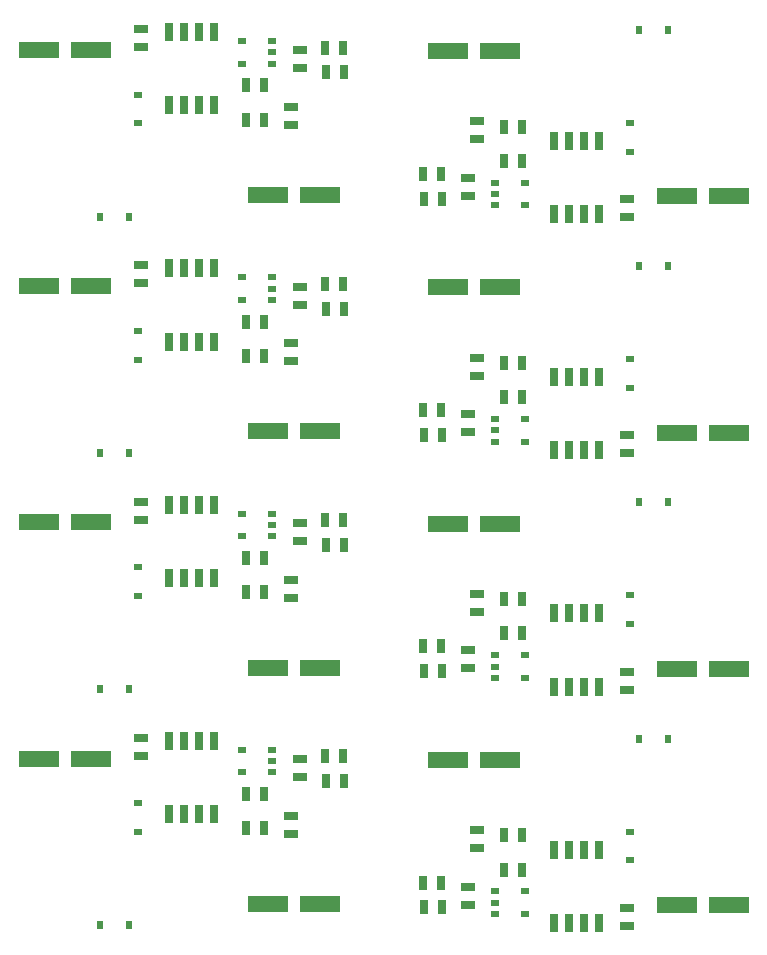
<source format=gtp>
G04 #@! TF.FileFunction,Paste,Top*
%FSLAX46Y46*%
G04 Gerber Fmt 4.6, Leading zero omitted, Abs format (unit mm)*
G04 Created by KiCad (PCBNEW 4.0.7-e2-6376~58~ubuntu14.04.1) date Thu Jan 18 13:31:30 2018*
%MOMM*%
%LPD*%
G01*
G04 APERTURE LIST*
%ADD10C,0.100000*%
%ADD11R,3.500000X1.400000*%
%ADD12R,0.700000X1.600000*%
%ADD13R,0.635000X1.143000*%
%ADD14R,0.762000X0.508000*%
%ADD15R,1.143000X0.635000*%
%ADD16R,0.558800X0.685800*%
%ADD17R,0.685800X0.558800*%
G04 APERTURE END LIST*
D10*
D11*
X164400000Y-71400000D03*
X168800000Y-71400000D03*
X183800000Y-83700000D03*
X188200000Y-83700000D03*
D12*
X177205000Y-79000000D03*
X175935000Y-79000000D03*
X174665000Y-79000000D03*
X173395000Y-79000000D03*
X173395000Y-85200000D03*
X174665000Y-85200000D03*
X175935000Y-85200000D03*
X177205000Y-85200000D03*
D13*
X170662000Y-80700000D03*
X169138000Y-80700000D03*
D14*
X168430000Y-82547500D03*
X168430000Y-84452500D03*
X170970000Y-82547500D03*
X168430000Y-83500000D03*
X170970000Y-84452500D03*
D15*
X166900000Y-78862000D03*
X166900000Y-77338000D03*
X166100000Y-82138000D03*
X166100000Y-83662000D03*
D13*
X162338000Y-81800000D03*
X163862000Y-81800000D03*
X162438000Y-83900000D03*
X163962000Y-83900000D03*
D15*
X179600000Y-85462000D03*
X179600000Y-83938000D03*
D16*
X180580800Y-69600000D03*
X183019200Y-69600000D03*
D17*
X179800000Y-79919200D03*
X179800000Y-77480800D03*
D13*
X170662000Y-77800000D03*
X169138000Y-77800000D03*
X170662000Y-97800000D03*
X169138000Y-97800000D03*
D17*
X179800000Y-99919200D03*
X179800000Y-97480800D03*
D16*
X180580800Y-89600000D03*
X183019200Y-89600000D03*
D15*
X179600000Y-105462000D03*
X179600000Y-103938000D03*
D13*
X162438000Y-103900000D03*
X163962000Y-103900000D03*
X162338000Y-101800000D03*
X163862000Y-101800000D03*
D15*
X166100000Y-102138000D03*
X166100000Y-103662000D03*
X166900000Y-98862000D03*
X166900000Y-97338000D03*
D14*
X168430000Y-102547500D03*
X168430000Y-104452500D03*
X170970000Y-102547500D03*
X168430000Y-103500000D03*
X170970000Y-104452500D03*
D13*
X170662000Y-100700000D03*
X169138000Y-100700000D03*
D12*
X177205000Y-99000000D03*
X175935000Y-99000000D03*
X174665000Y-99000000D03*
X173395000Y-99000000D03*
X173395000Y-105200000D03*
X174665000Y-105200000D03*
X175935000Y-105200000D03*
X177205000Y-105200000D03*
D11*
X183800000Y-103700000D03*
X188200000Y-103700000D03*
X164400000Y-91400000D03*
X168800000Y-91400000D03*
X164400000Y-131400000D03*
X168800000Y-131400000D03*
X183800000Y-143700000D03*
X188200000Y-143700000D03*
D12*
X177205000Y-139000000D03*
X175935000Y-139000000D03*
X174665000Y-139000000D03*
X173395000Y-139000000D03*
X173395000Y-145200000D03*
X174665000Y-145200000D03*
X175935000Y-145200000D03*
X177205000Y-145200000D03*
D13*
X170662000Y-140700000D03*
X169138000Y-140700000D03*
D14*
X168430000Y-142547500D03*
X168430000Y-144452500D03*
X170970000Y-142547500D03*
X168430000Y-143500000D03*
X170970000Y-144452500D03*
D15*
X166900000Y-138862000D03*
X166900000Y-137338000D03*
X166100000Y-142138000D03*
X166100000Y-143662000D03*
D13*
X162338000Y-141800000D03*
X163862000Y-141800000D03*
X162438000Y-143900000D03*
X163962000Y-143900000D03*
D15*
X179600000Y-145462000D03*
X179600000Y-143938000D03*
D16*
X180580800Y-129600000D03*
X183019200Y-129600000D03*
D17*
X179800000Y-139919200D03*
X179800000Y-137480800D03*
D13*
X170662000Y-137800000D03*
X169138000Y-137800000D03*
X170662000Y-117800000D03*
X169138000Y-117800000D03*
D17*
X179800000Y-119919200D03*
X179800000Y-117480800D03*
D16*
X180580800Y-109600000D03*
X183019200Y-109600000D03*
D15*
X179600000Y-125462000D03*
X179600000Y-123938000D03*
D13*
X162438000Y-123900000D03*
X163962000Y-123900000D03*
X162338000Y-121800000D03*
X163862000Y-121800000D03*
D15*
X166100000Y-122138000D03*
X166100000Y-123662000D03*
X166900000Y-118862000D03*
X166900000Y-117338000D03*
D14*
X168430000Y-122547500D03*
X168430000Y-124452500D03*
X170970000Y-122547500D03*
X168430000Y-123500000D03*
X170970000Y-124452500D03*
D13*
X170662000Y-120700000D03*
X169138000Y-120700000D03*
D12*
X177205000Y-119000000D03*
X175935000Y-119000000D03*
X174665000Y-119000000D03*
X173395000Y-119000000D03*
X173395000Y-125200000D03*
X174665000Y-125200000D03*
X175935000Y-125200000D03*
X177205000Y-125200000D03*
D11*
X183800000Y-123700000D03*
X188200000Y-123700000D03*
X164400000Y-111400000D03*
X168800000Y-111400000D03*
X153600000Y-103600000D03*
X149200000Y-103600000D03*
X134200000Y-91300000D03*
X129800000Y-91300000D03*
D12*
X140795000Y-96000000D03*
X142065000Y-96000000D03*
X143335000Y-96000000D03*
X144605000Y-96000000D03*
X144605000Y-89800000D03*
X143335000Y-89800000D03*
X142065000Y-89800000D03*
X140795000Y-89800000D03*
D13*
X147338000Y-94300000D03*
X148862000Y-94300000D03*
D14*
X149570000Y-92452500D03*
X149570000Y-90547500D03*
X147030000Y-92452500D03*
X149570000Y-91500000D03*
X147030000Y-90547500D03*
D15*
X151100000Y-96138000D03*
X151100000Y-97662000D03*
X151900000Y-92862000D03*
X151900000Y-91338000D03*
D13*
X155662000Y-93200000D03*
X154138000Y-93200000D03*
X155562000Y-91100000D03*
X154038000Y-91100000D03*
D15*
X138400000Y-89538000D03*
X138400000Y-91062000D03*
D16*
X137419200Y-105400000D03*
X134980800Y-105400000D03*
D17*
X138200000Y-95080800D03*
X138200000Y-97519200D03*
D13*
X147338000Y-97200000D03*
X148862000Y-97200000D03*
X147338000Y-77200000D03*
X148862000Y-77200000D03*
D17*
X138200000Y-75080800D03*
X138200000Y-77519200D03*
D16*
X137419200Y-85400000D03*
X134980800Y-85400000D03*
D15*
X138400000Y-69538000D03*
X138400000Y-71062000D03*
D13*
X155562000Y-71100000D03*
X154038000Y-71100000D03*
X155662000Y-73200000D03*
X154138000Y-73200000D03*
D15*
X151900000Y-72862000D03*
X151900000Y-71338000D03*
X151100000Y-76138000D03*
X151100000Y-77662000D03*
D14*
X149570000Y-72452500D03*
X149570000Y-70547500D03*
X147030000Y-72452500D03*
X149570000Y-71500000D03*
X147030000Y-70547500D03*
D13*
X147338000Y-74300000D03*
X148862000Y-74300000D03*
D12*
X140795000Y-76000000D03*
X142065000Y-76000000D03*
X143335000Y-76000000D03*
X144605000Y-76000000D03*
X144605000Y-69800000D03*
X143335000Y-69800000D03*
X142065000Y-69800000D03*
X140795000Y-69800000D03*
D11*
X134200000Y-71300000D03*
X129800000Y-71300000D03*
X153600000Y-83600000D03*
X149200000Y-83600000D03*
X153600000Y-123600000D03*
X149200000Y-123600000D03*
X134200000Y-111300000D03*
X129800000Y-111300000D03*
D12*
X140795000Y-116000000D03*
X142065000Y-116000000D03*
X143335000Y-116000000D03*
X144605000Y-116000000D03*
X144605000Y-109800000D03*
X143335000Y-109800000D03*
X142065000Y-109800000D03*
X140795000Y-109800000D03*
D13*
X147338000Y-114300000D03*
X148862000Y-114300000D03*
D14*
X149570000Y-112452500D03*
X149570000Y-110547500D03*
X147030000Y-112452500D03*
X149570000Y-111500000D03*
X147030000Y-110547500D03*
D15*
X151100000Y-116138000D03*
X151100000Y-117662000D03*
X151900000Y-112862000D03*
X151900000Y-111338000D03*
D13*
X155662000Y-113200000D03*
X154138000Y-113200000D03*
X155562000Y-111100000D03*
X154038000Y-111100000D03*
D15*
X138400000Y-109538000D03*
X138400000Y-111062000D03*
D16*
X137419200Y-125400000D03*
X134980800Y-125400000D03*
D17*
X138200000Y-115080800D03*
X138200000Y-117519200D03*
D13*
X147338000Y-117200000D03*
X148862000Y-117200000D03*
X147338000Y-137200000D03*
X148862000Y-137200000D03*
D17*
X138200000Y-135080800D03*
X138200000Y-137519200D03*
D16*
X137419200Y-145400000D03*
X134980800Y-145400000D03*
D15*
X138400000Y-129538000D03*
X138400000Y-131062000D03*
D13*
X155562000Y-131100000D03*
X154038000Y-131100000D03*
X155662000Y-133200000D03*
X154138000Y-133200000D03*
D15*
X151900000Y-132862000D03*
X151900000Y-131338000D03*
X151100000Y-136138000D03*
X151100000Y-137662000D03*
D14*
X149570000Y-132452500D03*
X149570000Y-130547500D03*
X147030000Y-132452500D03*
X149570000Y-131500000D03*
X147030000Y-130547500D03*
D13*
X147338000Y-134300000D03*
X148862000Y-134300000D03*
D12*
X140795000Y-136000000D03*
X142065000Y-136000000D03*
X143335000Y-136000000D03*
X144605000Y-136000000D03*
X144605000Y-129800000D03*
X143335000Y-129800000D03*
X142065000Y-129800000D03*
X140795000Y-129800000D03*
D11*
X134200000Y-131300000D03*
X129800000Y-131300000D03*
X153600000Y-143600000D03*
X149200000Y-143600000D03*
M02*

</source>
